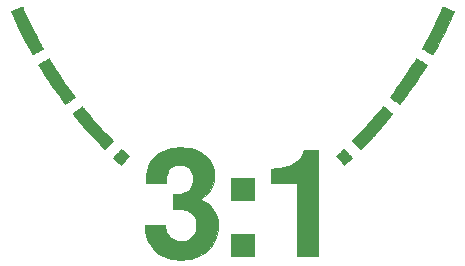
<source format=gbr>
G04 #@! TF.GenerationSoftware,KiCad,Pcbnew,5.1.5+dfsg1-2build2*
G04 #@! TF.CreationDate,2021-04-01T21:50:05-04:00*
G04 #@! TF.ProjectId,ocean_tile_3-1,6f636561-6e5f-4746-996c-655f332d312e,rev?*
G04 #@! TF.SameCoordinates,Original*
G04 #@! TF.FileFunction,Legend,Top*
G04 #@! TF.FilePolarity,Positive*
%FSLAX46Y46*%
G04 Gerber Fmt 4.6, Leading zero omitted, Abs format (unit mm)*
G04 Created by KiCad (PCBNEW 5.1.5+dfsg1-2build2) date 2021-04-01 21:50:05*
%MOMM*%
%LPD*%
G04 APERTURE LIST*
%ADD10C,0.010000*%
G04 APERTURE END LIST*
D10*
G36*
X-4103256Y4058091D02*
G01*
X-4074583Y4057447D01*
X-3895388Y4052192D01*
X-3750293Y4045456D01*
X-3631075Y4036560D01*
X-3529508Y4024823D01*
X-3437367Y4009566D01*
X-3397250Y4001469D01*
X-3059737Y3913245D01*
X-2749052Y3797811D01*
X-2468211Y3656419D01*
X-2289171Y3541374D01*
X-2174698Y3451673D01*
X-2051003Y3340718D01*
X-1928664Y3219128D01*
X-1818258Y3097523D01*
X-1730361Y2986521D01*
X-1715998Y2965913D01*
X-1572361Y2716696D01*
X-1461847Y2443739D01*
X-1385426Y2150839D01*
X-1344069Y1841793D01*
X-1338746Y1520398D01*
X-1339916Y1494057D01*
X-1369965Y1207118D01*
X-1431944Y942050D01*
X-1527476Y696116D01*
X-1658186Y466579D01*
X-1825694Y250702D01*
X-2031625Y45750D01*
X-2277603Y-151014D01*
X-2343329Y-197708D01*
X-2496405Y-304127D01*
X-2345159Y-386195D01*
X-2113725Y-525374D01*
X-1896335Y-682613D01*
X-1701372Y-851087D01*
X-1537218Y-1023967D01*
X-1489534Y-1083029D01*
X-1333200Y-1320620D01*
X-1209676Y-1583428D01*
X-1119483Y-1869295D01*
X-1063139Y-2176062D01*
X-1041164Y-2501572D01*
X-1054077Y-2843666D01*
X-1057304Y-2878667D01*
X-1110083Y-3231138D01*
X-1197868Y-3560013D01*
X-1320934Y-3865901D01*
X-1479558Y-4149414D01*
X-1674015Y-4411161D01*
X-1823908Y-4574082D01*
X-2068684Y-4791232D01*
X-2337741Y-4976115D01*
X-2632134Y-5129172D01*
X-2952916Y-5250844D01*
X-3301143Y-5341571D01*
X-3677868Y-5401796D01*
X-3841600Y-5417837D01*
X-4003264Y-5429465D01*
X-4140914Y-5435243D01*
X-4270893Y-5435146D01*
X-4409548Y-5429149D01*
X-4573222Y-5417228D01*
X-4579338Y-5416725D01*
X-4942095Y-5368482D01*
X-5284680Y-5285874D01*
X-5605371Y-5170003D01*
X-5902445Y-5021970D01*
X-6174181Y-4842878D01*
X-6418857Y-4633828D01*
X-6634750Y-4395921D01*
X-6820138Y-4130259D01*
X-6942089Y-3905250D01*
X-7047584Y-3650616D01*
X-7133081Y-3372147D01*
X-7195381Y-3083805D01*
X-7231285Y-2799555D01*
X-7239000Y-2609347D01*
X-7239000Y-2476500D01*
X-5505251Y-2476500D01*
X-5494640Y-2545292D01*
X-5485564Y-2609042D01*
X-5475188Y-2688684D01*
X-5471361Y-2719917D01*
X-5440139Y-2889997D01*
X-5388857Y-3068006D01*
X-5323952Y-3232998D01*
X-5296524Y-3288937D01*
X-5180513Y-3468557D01*
X-5038239Y-3615530D01*
X-4869344Y-3730048D01*
X-4673472Y-3812297D01*
X-4450266Y-3862469D01*
X-4199369Y-3880751D01*
X-4180416Y-3880842D01*
X-3956187Y-3869724D01*
X-3760817Y-3834283D01*
X-3586748Y-3771771D01*
X-3426416Y-3679442D01*
X-3272262Y-3554549D01*
X-3265872Y-3548607D01*
X-3108467Y-3377573D01*
X-2988936Y-3192560D01*
X-2907047Y-2998415D01*
X-2883046Y-2920810D01*
X-2866817Y-2852340D01*
X-2856866Y-2781070D01*
X-2851701Y-2695069D01*
X-2849829Y-2582404D01*
X-2849683Y-2540000D01*
X-2850297Y-2418656D01*
X-2853593Y-2328036D01*
X-2861052Y-2256548D01*
X-2874154Y-2192600D01*
X-2894380Y-2124599D01*
X-2907815Y-2084917D01*
X-3006959Y-1856343D01*
X-3135718Y-1657655D01*
X-3293764Y-1489307D01*
X-3398701Y-1405760D01*
X-3521747Y-1327158D01*
X-3651667Y-1263995D01*
X-3794755Y-1214687D01*
X-3957305Y-1177650D01*
X-4145610Y-1151301D01*
X-4365964Y-1134056D01*
X-4503208Y-1127875D01*
X-4847166Y-1115570D01*
X-4847166Y99996D01*
X-4545541Y111580D01*
X-4331973Y125771D01*
X-4149023Y152069D01*
X-3986113Y192842D01*
X-3832663Y250457D01*
X-3749341Y289741D01*
X-3570335Y402300D01*
X-3420948Y544453D01*
X-3301892Y714865D01*
X-3213880Y912204D01*
X-3157624Y1135135D01*
X-3133836Y1382324D01*
X-3133034Y1443732D01*
X-3149537Y1688941D01*
X-3197902Y1907547D01*
X-3277863Y2098964D01*
X-3389155Y2262605D01*
X-3531510Y2397884D01*
X-3582440Y2434326D01*
X-3730526Y2517685D01*
X-3887391Y2573232D01*
X-4062851Y2603596D01*
X-4243916Y2611569D01*
X-4481444Y2598670D01*
X-4686591Y2560673D01*
X-4861580Y2496869D01*
X-5008633Y2406549D01*
X-5078582Y2345142D01*
X-5154319Y2251605D01*
X-5228358Y2126514D01*
X-5295543Y1980506D01*
X-5350720Y1824218D01*
X-5375187Y1733063D01*
X-5393722Y1641569D01*
X-5412793Y1526335D01*
X-5430726Y1400151D01*
X-5445847Y1275810D01*
X-5456481Y1166103D01*
X-5460955Y1083822D01*
X-5461000Y1077257D01*
X-5462453Y1067203D01*
X-5469395Y1058986D01*
X-5485698Y1052421D01*
X-5515236Y1047322D01*
X-5561881Y1043506D01*
X-5629506Y1040787D01*
X-5721985Y1038980D01*
X-5843190Y1037900D01*
X-5996993Y1037362D01*
X-6187269Y1037181D01*
X-6300388Y1037166D01*
X-7139776Y1037166D01*
X-7126205Y1350709D01*
X-7094455Y1730685D01*
X-7033466Y2082416D01*
X-6943484Y2405262D01*
X-6824753Y2698579D01*
X-6677519Y2961724D01*
X-6502028Y3194056D01*
X-6370262Y3330750D01*
X-6214401Y3465295D01*
X-6049746Y3581689D01*
X-5865183Y3686980D01*
X-5649600Y3788217D01*
X-5647705Y3789036D01*
X-5436224Y3874532D01*
X-5236090Y3941884D01*
X-5038664Y3992567D01*
X-4835307Y4028055D01*
X-4617380Y4049823D01*
X-4376243Y4059344D01*
X-4103256Y4058091D01*
G37*
X-4103256Y4058091D02*
X-4074583Y4057447D01*
X-3895388Y4052192D01*
X-3750293Y4045456D01*
X-3631075Y4036560D01*
X-3529508Y4024823D01*
X-3437367Y4009566D01*
X-3397250Y4001469D01*
X-3059737Y3913245D01*
X-2749052Y3797811D01*
X-2468211Y3656419D01*
X-2289171Y3541374D01*
X-2174698Y3451673D01*
X-2051003Y3340718D01*
X-1928664Y3219128D01*
X-1818258Y3097523D01*
X-1730361Y2986521D01*
X-1715998Y2965913D01*
X-1572361Y2716696D01*
X-1461847Y2443739D01*
X-1385426Y2150839D01*
X-1344069Y1841793D01*
X-1338746Y1520398D01*
X-1339916Y1494057D01*
X-1369965Y1207118D01*
X-1431944Y942050D01*
X-1527476Y696116D01*
X-1658186Y466579D01*
X-1825694Y250702D01*
X-2031625Y45750D01*
X-2277603Y-151014D01*
X-2343329Y-197708D01*
X-2496405Y-304127D01*
X-2345159Y-386195D01*
X-2113725Y-525374D01*
X-1896335Y-682613D01*
X-1701372Y-851087D01*
X-1537218Y-1023967D01*
X-1489534Y-1083029D01*
X-1333200Y-1320620D01*
X-1209676Y-1583428D01*
X-1119483Y-1869295D01*
X-1063139Y-2176062D01*
X-1041164Y-2501572D01*
X-1054077Y-2843666D01*
X-1057304Y-2878667D01*
X-1110083Y-3231138D01*
X-1197868Y-3560013D01*
X-1320934Y-3865901D01*
X-1479558Y-4149414D01*
X-1674015Y-4411161D01*
X-1823908Y-4574082D01*
X-2068684Y-4791232D01*
X-2337741Y-4976115D01*
X-2632134Y-5129172D01*
X-2952916Y-5250844D01*
X-3301143Y-5341571D01*
X-3677868Y-5401796D01*
X-3841600Y-5417837D01*
X-4003264Y-5429465D01*
X-4140914Y-5435243D01*
X-4270893Y-5435146D01*
X-4409548Y-5429149D01*
X-4573222Y-5417228D01*
X-4579338Y-5416725D01*
X-4942095Y-5368482D01*
X-5284680Y-5285874D01*
X-5605371Y-5170003D01*
X-5902445Y-5021970D01*
X-6174181Y-4842878D01*
X-6418857Y-4633828D01*
X-6634750Y-4395921D01*
X-6820138Y-4130259D01*
X-6942089Y-3905250D01*
X-7047584Y-3650616D01*
X-7133081Y-3372147D01*
X-7195381Y-3083805D01*
X-7231285Y-2799555D01*
X-7239000Y-2609347D01*
X-7239000Y-2476500D01*
X-5505251Y-2476500D01*
X-5494640Y-2545292D01*
X-5485564Y-2609042D01*
X-5475188Y-2688684D01*
X-5471361Y-2719917D01*
X-5440139Y-2889997D01*
X-5388857Y-3068006D01*
X-5323952Y-3232998D01*
X-5296524Y-3288937D01*
X-5180513Y-3468557D01*
X-5038239Y-3615530D01*
X-4869344Y-3730048D01*
X-4673472Y-3812297D01*
X-4450266Y-3862469D01*
X-4199369Y-3880751D01*
X-4180416Y-3880842D01*
X-3956187Y-3869724D01*
X-3760817Y-3834283D01*
X-3586748Y-3771771D01*
X-3426416Y-3679442D01*
X-3272262Y-3554549D01*
X-3265872Y-3548607D01*
X-3108467Y-3377573D01*
X-2988936Y-3192560D01*
X-2907047Y-2998415D01*
X-2883046Y-2920810D01*
X-2866817Y-2852340D01*
X-2856866Y-2781070D01*
X-2851701Y-2695069D01*
X-2849829Y-2582404D01*
X-2849683Y-2540000D01*
X-2850297Y-2418656D01*
X-2853593Y-2328036D01*
X-2861052Y-2256548D01*
X-2874154Y-2192600D01*
X-2894380Y-2124599D01*
X-2907815Y-2084917D01*
X-3006959Y-1856343D01*
X-3135718Y-1657655D01*
X-3293764Y-1489307D01*
X-3398701Y-1405760D01*
X-3521747Y-1327158D01*
X-3651667Y-1263995D01*
X-3794755Y-1214687D01*
X-3957305Y-1177650D01*
X-4145610Y-1151301D01*
X-4365964Y-1134056D01*
X-4503208Y-1127875D01*
X-4847166Y-1115570D01*
X-4847166Y99996D01*
X-4545541Y111580D01*
X-4331973Y125771D01*
X-4149023Y152069D01*
X-3986113Y192842D01*
X-3832663Y250457D01*
X-3749341Y289741D01*
X-3570335Y402300D01*
X-3420948Y544453D01*
X-3301892Y714865D01*
X-3213880Y912204D01*
X-3157624Y1135135D01*
X-3133836Y1382324D01*
X-3133034Y1443732D01*
X-3149537Y1688941D01*
X-3197902Y1907547D01*
X-3277863Y2098964D01*
X-3389155Y2262605D01*
X-3531510Y2397884D01*
X-3582440Y2434326D01*
X-3730526Y2517685D01*
X-3887391Y2573232D01*
X-4062851Y2603596D01*
X-4243916Y2611569D01*
X-4481444Y2598670D01*
X-4686591Y2560673D01*
X-4861580Y2496869D01*
X-5008633Y2406549D01*
X-5078582Y2345142D01*
X-5154319Y2251605D01*
X-5228358Y2126514D01*
X-5295543Y1980506D01*
X-5350720Y1824218D01*
X-5375187Y1733063D01*
X-5393722Y1641569D01*
X-5412793Y1526335D01*
X-5430726Y1400151D01*
X-5445847Y1275810D01*
X-5456481Y1166103D01*
X-5460955Y1083822D01*
X-5461000Y1077257D01*
X-5462453Y1067203D01*
X-5469395Y1058986D01*
X-5485698Y1052421D01*
X-5515236Y1047322D01*
X-5561881Y1043506D01*
X-5629506Y1040787D01*
X-5721985Y1038980D01*
X-5843190Y1037900D01*
X-5996993Y1037362D01*
X-6187269Y1037181D01*
X-6300388Y1037166D01*
X-7139776Y1037166D01*
X-7126205Y1350709D01*
X-7094455Y1730685D01*
X-7033466Y2082416D01*
X-6943484Y2405262D01*
X-6824753Y2698579D01*
X-6677519Y2961724D01*
X-6502028Y3194056D01*
X-6370262Y3330750D01*
X-6214401Y3465295D01*
X-6049746Y3581689D01*
X-5865183Y3686980D01*
X-5649600Y3788217D01*
X-5647705Y3789036D01*
X-5436224Y3874532D01*
X-5236090Y3941884D01*
X-5038664Y3992567D01*
X-4835307Y4028055D01*
X-4617380Y4049823D01*
X-4376243Y4059344D01*
X-4103256Y4058091D01*
G36*
X2010834Y-5143500D02*
G01*
X84667Y-5143500D01*
X84667Y-3259667D01*
X2010834Y-3259667D01*
X2010834Y-5143500D01*
G37*
X2010834Y-5143500D02*
X84667Y-5143500D01*
X84667Y-3259667D01*
X2010834Y-3259667D01*
X2010834Y-5143500D01*
G36*
X7450667Y-5143500D02*
G01*
X5651500Y-5143500D01*
X5651500Y1058333D01*
X3492500Y1058333D01*
X3492500Y2257395D01*
X3857625Y2282700D01*
X4239285Y2322004D01*
X4586329Y2384865D01*
X4899603Y2471722D01*
X5179951Y2583013D01*
X5428221Y2719174D01*
X5645257Y2880644D01*
X5831905Y3067859D01*
X5989012Y3281259D01*
X6073027Y3429000D01*
X6121363Y3528059D01*
X6166318Y3628483D01*
X6201300Y3715179D01*
X6213980Y3751791D01*
X6251898Y3873500D01*
X7450667Y3873500D01*
X7450667Y-5143500D01*
G37*
X7450667Y-5143500D02*
X5651500Y-5143500D01*
X5651500Y1058333D01*
X3492500Y1058333D01*
X3492500Y2257395D01*
X3857625Y2282700D01*
X4239285Y2322004D01*
X4586329Y2384865D01*
X4899603Y2471722D01*
X5179951Y2583013D01*
X5428221Y2719174D01*
X5645257Y2880644D01*
X5831905Y3067859D01*
X5989012Y3281259D01*
X6073027Y3429000D01*
X6121363Y3528059D01*
X6166318Y3628483D01*
X6201300Y3715179D01*
X6213980Y3751791D01*
X6251898Y3873500D01*
X7450667Y3873500D01*
X7450667Y-5143500D01*
G36*
X2010834Y-381000D02*
G01*
X84667Y-381000D01*
X84667Y1481666D01*
X2010834Y1481666D01*
X2010834Y-381000D01*
G37*
X2010834Y-381000D02*
X84667Y-381000D01*
X84667Y1481666D01*
X2010834Y1481666D01*
X2010834Y-381000D01*
G36*
X-8969469Y3721601D02*
G01*
X-8878998Y3638995D01*
X-8792758Y3560788D01*
X-8718721Y3494170D01*
X-8664861Y3446337D01*
X-8651482Y3434702D01*
X-8571962Y3366321D01*
X-8895022Y2976245D01*
X-8985762Y2867148D01*
X-9067532Y2769719D01*
X-9136499Y2688456D01*
X-9188826Y2627858D01*
X-9220678Y2592421D01*
X-9228666Y2584993D01*
X-9246947Y2598097D01*
X-9291649Y2635306D01*
X-9357799Y2692326D01*
X-9440423Y2764865D01*
X-9534546Y2848629D01*
X-9546166Y2859041D01*
X-9643200Y2946210D01*
X-9730822Y3025216D01*
X-9803590Y3091126D01*
X-9856061Y3139011D01*
X-9882790Y3163939D01*
X-9883536Y3164676D01*
X-9894474Y3182671D01*
X-9889655Y3206296D01*
X-9864980Y3242278D01*
X-9816349Y3297346D01*
X-9777627Y3338501D01*
X-9710721Y3408957D01*
X-9625038Y3499318D01*
X-9530874Y3598717D01*
X-9438528Y3696291D01*
X-9424599Y3711017D01*
X-9207935Y3940118D01*
X-8969469Y3721601D01*
G37*
X-8969469Y3721601D02*
X-8878998Y3638995D01*
X-8792758Y3560788D01*
X-8718721Y3494170D01*
X-8664861Y3446337D01*
X-8651482Y3434702D01*
X-8571962Y3366321D01*
X-8895022Y2976245D01*
X-8985762Y2867148D01*
X-9067532Y2769719D01*
X-9136499Y2688456D01*
X-9188826Y2627858D01*
X-9220678Y2592421D01*
X-9228666Y2584993D01*
X-9246947Y2598097D01*
X-9291649Y2635306D01*
X-9357799Y2692326D01*
X-9440423Y2764865D01*
X-9534546Y2848629D01*
X-9546166Y2859041D01*
X-9643200Y2946210D01*
X-9730822Y3025216D01*
X-9803590Y3091126D01*
X-9856061Y3139011D01*
X-9882790Y3163939D01*
X-9883536Y3164676D01*
X-9894474Y3182671D01*
X-9889655Y3206296D01*
X-9864980Y3242278D01*
X-9816349Y3297346D01*
X-9777627Y3338501D01*
X-9710721Y3408957D01*
X-9625038Y3499318D01*
X-9530874Y3598717D01*
X-9438528Y3696291D01*
X-9424599Y3711017D01*
X-9207935Y3940118D01*
X-8969469Y3721601D01*
G36*
X9782870Y3751305D02*
G01*
X9876461Y3653903D01*
X9983127Y3542815D01*
X10086660Y3434925D01*
X10139603Y3379720D01*
X10318750Y3192857D01*
X10230343Y3115137D01*
X10183382Y3073674D01*
X10112796Y3011130D01*
X10026568Y2934589D01*
X9932681Y2851133D01*
X9886314Y2809875D01*
X9800036Y2733409D01*
X9725541Y2668019D01*
X9668217Y2618385D01*
X9633453Y2589185D01*
X9625470Y2583381D01*
X9611087Y2599245D01*
X9573471Y2643250D01*
X9516380Y2710926D01*
X9443578Y2797803D01*
X9358822Y2899413D01*
X9295030Y2976147D01*
X8969810Y3367865D01*
X9062197Y3446023D01*
X9112459Y3489634D01*
X9184949Y3553945D01*
X9270747Y3630980D01*
X9360937Y3712767D01*
X9379934Y3730104D01*
X9605284Y3936028D01*
X9782870Y3751305D01*
G37*
X9782870Y3751305D02*
X9876461Y3653903D01*
X9983127Y3542815D01*
X10086660Y3434925D01*
X10139603Y3379720D01*
X10318750Y3192857D01*
X10230343Y3115137D01*
X10183382Y3073674D01*
X10112796Y3011130D01*
X10026568Y2934589D01*
X9932681Y2851133D01*
X9886314Y2809875D01*
X9800036Y2733409D01*
X9725541Y2668019D01*
X9668217Y2618385D01*
X9633453Y2589185D01*
X9625470Y2583381D01*
X9611087Y2599245D01*
X9573471Y2643250D01*
X9516380Y2710926D01*
X9443578Y2797803D01*
X9358822Y2899413D01*
X9295030Y2976147D01*
X8969810Y3367865D01*
X9062197Y3446023D01*
X9112459Y3489634D01*
X9184949Y3553945D01*
X9270747Y3630980D01*
X9360937Y3712767D01*
X9379934Y3730104D01*
X9605284Y3936028D01*
X9782870Y3751305D01*
G36*
X-12534496Y7538728D02*
G01*
X-12494919Y7498213D01*
X-12439863Y7436328D01*
X-12374736Y7358982D01*
X-12359451Y7340302D01*
X-11963765Y6862026D01*
X-11566781Y6398309D01*
X-11160049Y5939620D01*
X-10735118Y5476430D01*
X-10283537Y4999210D01*
X-10281310Y4996890D01*
X-9905204Y4605001D01*
X-10259910Y4249834D01*
X-10360127Y4150064D01*
X-10450570Y4061125D01*
X-10526933Y3987163D01*
X-10584908Y3932323D01*
X-10620190Y3900749D01*
X-10628895Y3894666D01*
X-10646689Y3909344D01*
X-10689832Y3950789D01*
X-10754470Y4015124D01*
X-10836748Y4098469D01*
X-10932813Y4196946D01*
X-11038811Y4306674D01*
X-11054779Y4323291D01*
X-11381075Y4666270D01*
X-11683869Y4991571D01*
X-11971916Y5308937D01*
X-12253967Y5628110D01*
X-12538777Y5958832D01*
X-12761710Y6223000D01*
X-12905722Y6395287D01*
X-13024391Y6538047D01*
X-13119821Y6653981D01*
X-13194119Y6745788D01*
X-13249390Y6816170D01*
X-13287739Y6867827D01*
X-13311272Y6903460D01*
X-13322096Y6925770D01*
X-13322314Y6937458D01*
X-13320330Y6939502D01*
X-13298427Y6956360D01*
X-13248718Y6995907D01*
X-13176225Y7054104D01*
X-13085972Y7126915D01*
X-12982982Y7210302D01*
X-12934579Y7249583D01*
X-12827941Y7335869D01*
X-12732103Y7412812D01*
X-12652001Y7476498D01*
X-12592573Y7523012D01*
X-12558756Y7548441D01*
X-12553190Y7551969D01*
X-12534496Y7538728D01*
G37*
X-12534496Y7538728D02*
X-12494919Y7498213D01*
X-12439863Y7436328D01*
X-12374736Y7358982D01*
X-12359451Y7340302D01*
X-11963765Y6862026D01*
X-11566781Y6398309D01*
X-11160049Y5939620D01*
X-10735118Y5476430D01*
X-10283537Y4999210D01*
X-10281310Y4996890D01*
X-9905204Y4605001D01*
X-10259910Y4249834D01*
X-10360127Y4150064D01*
X-10450570Y4061125D01*
X-10526933Y3987163D01*
X-10584908Y3932323D01*
X-10620190Y3900749D01*
X-10628895Y3894666D01*
X-10646689Y3909344D01*
X-10689832Y3950789D01*
X-10754470Y4015124D01*
X-10836748Y4098469D01*
X-10932813Y4196946D01*
X-11038811Y4306674D01*
X-11054779Y4323291D01*
X-11381075Y4666270D01*
X-11683869Y4991571D01*
X-11971916Y5308937D01*
X-12253967Y5628110D01*
X-12538777Y5958832D01*
X-12761710Y6223000D01*
X-12905722Y6395287D01*
X-13024391Y6538047D01*
X-13119821Y6653981D01*
X-13194119Y6745788D01*
X-13249390Y6816170D01*
X-13287739Y6867827D01*
X-13311272Y6903460D01*
X-13322096Y6925770D01*
X-13322314Y6937458D01*
X-13320330Y6939502D01*
X-13298427Y6956360D01*
X-13248718Y6995907D01*
X-13176225Y7054104D01*
X-13085972Y7126915D01*
X-12982982Y7210302D01*
X-12934579Y7249583D01*
X-12827941Y7335869D01*
X-12732103Y7412812D01*
X-12652001Y7476498D01*
X-12592573Y7523012D01*
X-12558756Y7548441D01*
X-12553190Y7551969D01*
X-12534496Y7538728D01*
G36*
X12965370Y7543774D02*
G01*
X13011254Y7508633D01*
X13078545Y7455630D01*
X13161631Y7389322D01*
X13254900Y7314263D01*
X13352741Y7235007D01*
X13449543Y7156109D01*
X13539693Y7082124D01*
X13617579Y7017607D01*
X13677591Y6967111D01*
X13714117Y6935193D01*
X13722594Y6926586D01*
X13712533Y6905051D01*
X13677156Y6854907D01*
X13619124Y6779318D01*
X13541102Y6681445D01*
X13445750Y6564449D01*
X13335732Y6431494D01*
X13213709Y6285740D01*
X13082344Y6130350D01*
X12944300Y5968485D01*
X12802238Y5803308D01*
X12658821Y5637980D01*
X12516712Y5475663D01*
X12378573Y5319519D01*
X12247066Y5172710D01*
X12228469Y5152123D01*
X12131153Y5045303D01*
X12021975Y4926802D01*
X11904409Y4800271D01*
X11781927Y4669357D01*
X11658004Y4537711D01*
X11536112Y4408980D01*
X11419723Y4286814D01*
X11312313Y4174863D01*
X11217352Y4076774D01*
X11138315Y3996197D01*
X11078676Y3936781D01*
X11041906Y3902175D01*
X11031608Y3894666D01*
X11013124Y3909025D01*
X10969154Y3949350D01*
X10903986Y4011518D01*
X10821910Y4091404D01*
X10727216Y4184884D01*
X10658366Y4253550D01*
X10299948Y4612433D01*
X10669487Y4989091D01*
X11132458Y5472817D01*
X11605321Y5990407D01*
X12089777Y6543765D01*
X12587526Y7134793D01*
X12590588Y7138496D01*
X12684469Y7251558D01*
X12769452Y7353020D01*
X12841850Y7438551D01*
X12897975Y7503818D01*
X12934139Y7544491D01*
X12946505Y7556500D01*
X12965370Y7543774D01*
G37*
X12965370Y7543774D02*
X13011254Y7508633D01*
X13078545Y7455630D01*
X13161631Y7389322D01*
X13254900Y7314263D01*
X13352741Y7235007D01*
X13449543Y7156109D01*
X13539693Y7082124D01*
X13617579Y7017607D01*
X13677591Y6967111D01*
X13714117Y6935193D01*
X13722594Y6926586D01*
X13712533Y6905051D01*
X13677156Y6854907D01*
X13619124Y6779318D01*
X13541102Y6681445D01*
X13445750Y6564449D01*
X13335732Y6431494D01*
X13213709Y6285740D01*
X13082344Y6130350D01*
X12944300Y5968485D01*
X12802238Y5803308D01*
X12658821Y5637980D01*
X12516712Y5475663D01*
X12378573Y5319519D01*
X12247066Y5172710D01*
X12228469Y5152123D01*
X12131153Y5045303D01*
X12021975Y4926802D01*
X11904409Y4800271D01*
X11781927Y4669357D01*
X11658004Y4537711D01*
X11536112Y4408980D01*
X11419723Y4286814D01*
X11312313Y4174863D01*
X11217352Y4076774D01*
X11138315Y3996197D01*
X11078676Y3936781D01*
X11041906Y3902175D01*
X11031608Y3894666D01*
X11013124Y3909025D01*
X10969154Y3949350D01*
X10903986Y4011518D01*
X10821910Y4091404D01*
X10727216Y4184884D01*
X10658366Y4253550D01*
X10299948Y4612433D01*
X10669487Y4989091D01*
X11132458Y5472817D01*
X11605321Y5990407D01*
X12089777Y6543765D01*
X12587526Y7134793D01*
X12590588Y7138496D01*
X12684469Y7251558D01*
X12769452Y7353020D01*
X12841850Y7438551D01*
X12897975Y7503818D01*
X12934139Y7544491D01*
X12946505Y7556500D01*
X12965370Y7543774D01*
G36*
X-15344300Y11576115D02*
G01*
X-15314158Y11527500D01*
X-15271674Y11458017D01*
X-15230384Y11389928D01*
X-15007435Y11028739D01*
X-14761220Y10643890D01*
X-14496928Y10243060D01*
X-14219752Y9833929D01*
X-13934882Y9424178D01*
X-13647508Y9021487D01*
X-13413543Y8701812D01*
X-13140838Y8333707D01*
X-13190294Y8286940D01*
X-13221817Y8260248D01*
X-13281263Y8212732D01*
X-13362720Y8149011D01*
X-13460274Y8073702D01*
X-13568013Y7991421D01*
X-13594089Y7971634D01*
X-13948428Y7703093D01*
X-14221572Y8071011D01*
X-14513976Y8471456D01*
X-14817516Y8899681D01*
X-15124937Y9345339D01*
X-15367097Y9704916D01*
X-15459036Y9843882D01*
X-15556029Y9992191D01*
X-15655472Y10145710D01*
X-15754763Y10300302D01*
X-15851299Y10451834D01*
X-15942480Y10596170D01*
X-16025701Y10729175D01*
X-16098361Y10846713D01*
X-16157858Y10944651D01*
X-16201589Y11018853D01*
X-16226952Y11065184D01*
X-16232180Y11079518D01*
X-16208929Y11095439D01*
X-16156366Y11128264D01*
X-16080580Y11174398D01*
X-15987660Y11230244D01*
X-15883692Y11292207D01*
X-15774765Y11356693D01*
X-15666967Y11420106D01*
X-15566385Y11478850D01*
X-15479108Y11529330D01*
X-15411224Y11567951D01*
X-15368820Y11591118D01*
X-15357360Y11596158D01*
X-15344300Y11576115D01*
G37*
X-15344300Y11576115D02*
X-15314158Y11527500D01*
X-15271674Y11458017D01*
X-15230384Y11389928D01*
X-15007435Y11028739D01*
X-14761220Y10643890D01*
X-14496928Y10243060D01*
X-14219752Y9833929D01*
X-13934882Y9424178D01*
X-13647508Y9021487D01*
X-13413543Y8701812D01*
X-13140838Y8333707D01*
X-13190294Y8286940D01*
X-13221817Y8260248D01*
X-13281263Y8212732D01*
X-13362720Y8149011D01*
X-13460274Y8073702D01*
X-13568013Y7991421D01*
X-13594089Y7971634D01*
X-13948428Y7703093D01*
X-14221572Y8071011D01*
X-14513976Y8471456D01*
X-14817516Y8899681D01*
X-15124937Y9345339D01*
X-15367097Y9704916D01*
X-15459036Y9843882D01*
X-15556029Y9992191D01*
X-15655472Y10145710D01*
X-15754763Y10300302D01*
X-15851299Y10451834D01*
X-15942480Y10596170D01*
X-16025701Y10729175D01*
X-16098361Y10846713D01*
X-16157858Y10944651D01*
X-16201589Y11018853D01*
X-16226952Y11065184D01*
X-16232180Y11079518D01*
X-16208929Y11095439D01*
X-16156366Y11128264D01*
X-16080580Y11174398D01*
X-15987660Y11230244D01*
X-15883692Y11292207D01*
X-15774765Y11356693D01*
X-15666967Y11420106D01*
X-15566385Y11478850D01*
X-15479108Y11529330D01*
X-15411224Y11567951D01*
X-15368820Y11591118D01*
X-15357360Y11596158D01*
X-15344300Y11576115D01*
G36*
X15777003Y11586692D02*
G01*
X15825731Y11559667D01*
X15898582Y11518089D01*
X15989453Y11465547D01*
X16092238Y11405629D01*
X16200835Y11341924D01*
X16309140Y11278022D01*
X16411048Y11217510D01*
X16500457Y11163978D01*
X16571263Y11121014D01*
X16617360Y11092207D01*
X16632284Y11081831D01*
X16624616Y11061304D01*
X16596124Y11009328D01*
X16549277Y10929804D01*
X16486545Y10826629D01*
X16410399Y10703703D01*
X16323310Y10564924D01*
X16227748Y10414192D01*
X16126184Y10255405D01*
X16021087Y10092463D01*
X15914929Y9929263D01*
X15810180Y9769706D01*
X15709310Y9617690D01*
X15625715Y9493250D01*
X15534541Y9359457D01*
X15433015Y9212225D01*
X15323720Y9055152D01*
X15209238Y8891840D01*
X15092152Y8725891D01*
X14975043Y8560904D01*
X14860493Y8400481D01*
X14751086Y8248222D01*
X14649402Y8107728D01*
X14558025Y7982600D01*
X14479536Y7876438D01*
X14416518Y7792845D01*
X14371552Y7735419D01*
X14347221Y7707763D01*
X14343925Y7705807D01*
X14326829Y7718356D01*
X14280739Y7752963D01*
X14210366Y7806068D01*
X14120420Y7874115D01*
X14015612Y7953545D01*
X13944595Y8007432D01*
X13832787Y8093019D01*
X13733130Y8170663D01*
X13650330Y8236585D01*
X13589096Y8287004D01*
X13554135Y8318141D01*
X13547720Y8326078D01*
X13559432Y8348335D01*
X13592497Y8398272D01*
X13642696Y8469834D01*
X13705806Y8556966D01*
X13754237Y8622412D01*
X14082452Y9070162D01*
X14414283Y9537932D01*
X14742579Y10015213D01*
X15060192Y10491494D01*
X15359974Y10956268D01*
X15563133Y11281733D01*
X15625553Y11383071D01*
X15680052Y11471120D01*
X15722875Y11539849D01*
X15750265Y11583224D01*
X15758501Y11595576D01*
X15777003Y11586692D01*
G37*
X15777003Y11586692D02*
X15825731Y11559667D01*
X15898582Y11518089D01*
X15989453Y11465547D01*
X16092238Y11405629D01*
X16200835Y11341924D01*
X16309140Y11278022D01*
X16411048Y11217510D01*
X16500457Y11163978D01*
X16571263Y11121014D01*
X16617360Y11092207D01*
X16632284Y11081831D01*
X16624616Y11061304D01*
X16596124Y11009328D01*
X16549277Y10929804D01*
X16486545Y10826629D01*
X16410399Y10703703D01*
X16323310Y10564924D01*
X16227748Y10414192D01*
X16126184Y10255405D01*
X16021087Y10092463D01*
X15914929Y9929263D01*
X15810180Y9769706D01*
X15709310Y9617690D01*
X15625715Y9493250D01*
X15534541Y9359457D01*
X15433015Y9212225D01*
X15323720Y9055152D01*
X15209238Y8891840D01*
X15092152Y8725891D01*
X14975043Y8560904D01*
X14860493Y8400481D01*
X14751086Y8248222D01*
X14649402Y8107728D01*
X14558025Y7982600D01*
X14479536Y7876438D01*
X14416518Y7792845D01*
X14371552Y7735419D01*
X14347221Y7707763D01*
X14343925Y7705807D01*
X14326829Y7718356D01*
X14280739Y7752963D01*
X14210366Y7806068D01*
X14120420Y7874115D01*
X14015612Y7953545D01*
X13944595Y8007432D01*
X13832787Y8093019D01*
X13733130Y8170663D01*
X13650330Y8236585D01*
X13589096Y8287004D01*
X13554135Y8318141D01*
X13547720Y8326078D01*
X13559432Y8348335D01*
X13592497Y8398272D01*
X13642696Y8469834D01*
X13705806Y8556966D01*
X13754237Y8622412D01*
X14082452Y9070162D01*
X14414283Y9537932D01*
X14742579Y10015213D01*
X15060192Y10491494D01*
X15359974Y10956268D01*
X15563133Y11281733D01*
X15625553Y11383071D01*
X15680052Y11471120D01*
X15722875Y11539849D01*
X15750265Y11583224D01*
X15758501Y11595576D01*
X15777003Y11586692D01*
G36*
X-17596208Y15962677D02*
G01*
X-17570648Y15914290D01*
X-17538824Y15844796D01*
X-17526910Y15816791D01*
X-17421562Y15571081D01*
X-17298561Y15295731D01*
X-17161346Y14997803D01*
X-17013357Y14684361D01*
X-16858033Y14362470D01*
X-16698814Y14039193D01*
X-16539138Y13721594D01*
X-16382447Y13416735D01*
X-16232178Y13131681D01*
X-16108292Y12903381D01*
X-16038676Y12776379D01*
X-15976841Y12662106D01*
X-15925452Y12565609D01*
X-15887175Y12491935D01*
X-15864676Y12446133D01*
X-15859840Y12432938D01*
X-15879924Y12420447D01*
X-15930397Y12390949D01*
X-16005016Y12347981D01*
X-16097538Y12295079D01*
X-16201718Y12235780D01*
X-16311314Y12173621D01*
X-16420082Y12112138D01*
X-16521777Y12054868D01*
X-16610158Y12005347D01*
X-16678979Y11967113D01*
X-16721999Y11943703D01*
X-16733580Y11938000D01*
X-16747556Y11954565D01*
X-16774920Y11996819D01*
X-16793561Y12027958D01*
X-16877562Y12175471D01*
X-16976488Y12355288D01*
X-17087262Y12561395D01*
X-17206807Y12787782D01*
X-17332045Y13028437D01*
X-17459899Y13277349D01*
X-17587291Y13528506D01*
X-17711144Y13775896D01*
X-17828380Y14013508D01*
X-17935922Y14235329D01*
X-18030692Y14435350D01*
X-18074896Y14530916D01*
X-18139191Y14672269D01*
X-18205345Y14819310D01*
X-18271141Y14966948D01*
X-18334360Y15110093D01*
X-18392784Y15243655D01*
X-18444194Y15362544D01*
X-18486373Y15461669D01*
X-18517100Y15535940D01*
X-18534158Y15580267D01*
X-18536787Y15590746D01*
X-18515453Y15601182D01*
X-18461734Y15624991D01*
X-18382304Y15659360D01*
X-18283836Y15701479D01*
X-18173005Y15748534D01*
X-18056484Y15797715D01*
X-17940948Y15846210D01*
X-17833071Y15891206D01*
X-17739527Y15929894D01*
X-17666990Y15959460D01*
X-17622134Y15977093D01*
X-17610837Y15980833D01*
X-17596208Y15962677D01*
G37*
X-17596208Y15962677D02*
X-17570648Y15914290D01*
X-17538824Y15844796D01*
X-17526910Y15816791D01*
X-17421562Y15571081D01*
X-17298561Y15295731D01*
X-17161346Y14997803D01*
X-17013357Y14684361D01*
X-16858033Y14362470D01*
X-16698814Y14039193D01*
X-16539138Y13721594D01*
X-16382447Y13416735D01*
X-16232178Y13131681D01*
X-16108292Y12903381D01*
X-16038676Y12776379D01*
X-15976841Y12662106D01*
X-15925452Y12565609D01*
X-15887175Y12491935D01*
X-15864676Y12446133D01*
X-15859840Y12432938D01*
X-15879924Y12420447D01*
X-15930397Y12390949D01*
X-16005016Y12347981D01*
X-16097538Y12295079D01*
X-16201718Y12235780D01*
X-16311314Y12173621D01*
X-16420082Y12112138D01*
X-16521777Y12054868D01*
X-16610158Y12005347D01*
X-16678979Y11967113D01*
X-16721999Y11943703D01*
X-16733580Y11938000D01*
X-16747556Y11954565D01*
X-16774920Y11996819D01*
X-16793561Y12027958D01*
X-16877562Y12175471D01*
X-16976488Y12355288D01*
X-17087262Y12561395D01*
X-17206807Y12787782D01*
X-17332045Y13028437D01*
X-17459899Y13277349D01*
X-17587291Y13528506D01*
X-17711144Y13775896D01*
X-17828380Y14013508D01*
X-17935922Y14235329D01*
X-18030692Y14435350D01*
X-18074896Y14530916D01*
X-18139191Y14672269D01*
X-18205345Y14819310D01*
X-18271141Y14966948D01*
X-18334360Y15110093D01*
X-18392784Y15243655D01*
X-18444194Y15362544D01*
X-18486373Y15461669D01*
X-18517100Y15535940D01*
X-18534158Y15580267D01*
X-18536787Y15590746D01*
X-18515453Y15601182D01*
X-18461734Y15624991D01*
X-18382304Y15659360D01*
X-18283836Y15701479D01*
X-18173005Y15748534D01*
X-18056484Y15797715D01*
X-17940948Y15846210D01*
X-17833071Y15891206D01*
X-17739527Y15929894D01*
X-17666990Y15959460D01*
X-17622134Y15977093D01*
X-17610837Y15980833D01*
X-17596208Y15962677D01*
G36*
X18023548Y15972083D02*
G01*
X18077778Y15951845D01*
X18160034Y15919305D01*
X18264868Y15876641D01*
X18386835Y15826032D01*
X18475298Y15788819D01*
X18621500Y15726817D01*
X18733072Y15678730D01*
X18814429Y15642120D01*
X18869987Y15614546D01*
X18904163Y15593570D01*
X18921372Y15576753D01*
X18926031Y15561656D01*
X18922556Y15545838D01*
X18921309Y15542467D01*
X18897189Y15483264D01*
X18857698Y15391376D01*
X18805401Y15272463D01*
X18742864Y15132184D01*
X18672652Y14976201D01*
X18597332Y14810173D01*
X18519468Y14639761D01*
X18441627Y14470624D01*
X18366374Y14308422D01*
X18296275Y14158816D01*
X18246717Y14054280D01*
X18168497Y13892353D01*
X18082255Y13717330D01*
X17989956Y13532927D01*
X17893569Y13342860D01*
X17795058Y13150845D01*
X17696392Y12960598D01*
X17599536Y12775833D01*
X17506457Y12600268D01*
X17419122Y12437618D01*
X17339498Y12291598D01*
X17269551Y12165926D01*
X17211249Y12064315D01*
X17166556Y11990483D01*
X17137442Y11948144D01*
X17127285Y11939241D01*
X17105635Y11949753D01*
X17052865Y11978485D01*
X16974446Y12022366D01*
X16875847Y12078324D01*
X16762538Y12143287D01*
X16711084Y12172976D01*
X16591943Y12241872D01*
X16484159Y12304241D01*
X16393481Y12356752D01*
X16325660Y12396075D01*
X16286446Y12418878D01*
X16280066Y12422624D01*
X16273475Y12437493D01*
X16280649Y12469800D01*
X16303517Y12523980D01*
X16344010Y12604466D01*
X16404058Y12715692D01*
X16421073Y12746513D01*
X16803904Y13459431D01*
X17179860Y14202245D01*
X17542772Y14962527D01*
X17779562Y15484520D01*
X17838793Y15617576D01*
X17892407Y15737321D01*
X17938014Y15838474D01*
X17973223Y15915750D01*
X17995644Y15963868D01*
X18002788Y15977840D01*
X18023548Y15972083D01*
G37*
X18023548Y15972083D02*
X18077778Y15951845D01*
X18160034Y15919305D01*
X18264868Y15876641D01*
X18386835Y15826032D01*
X18475298Y15788819D01*
X18621500Y15726817D01*
X18733072Y15678730D01*
X18814429Y15642120D01*
X18869987Y15614546D01*
X18904163Y15593570D01*
X18921372Y15576753D01*
X18926031Y15561656D01*
X18922556Y15545838D01*
X18921309Y15542467D01*
X18897189Y15483264D01*
X18857698Y15391376D01*
X18805401Y15272463D01*
X18742864Y15132184D01*
X18672652Y14976201D01*
X18597332Y14810173D01*
X18519468Y14639761D01*
X18441627Y14470624D01*
X18366374Y14308422D01*
X18296275Y14158816D01*
X18246717Y14054280D01*
X18168497Y13892353D01*
X18082255Y13717330D01*
X17989956Y13532927D01*
X17893569Y13342860D01*
X17795058Y13150845D01*
X17696392Y12960598D01*
X17599536Y12775833D01*
X17506457Y12600268D01*
X17419122Y12437618D01*
X17339498Y12291598D01*
X17269551Y12165926D01*
X17211249Y12064315D01*
X17166556Y11990483D01*
X17137442Y11948144D01*
X17127285Y11939241D01*
X17105635Y11949753D01*
X17052865Y11978485D01*
X16974446Y12022366D01*
X16875847Y12078324D01*
X16762538Y12143287D01*
X16711084Y12172976D01*
X16591943Y12241872D01*
X16484159Y12304241D01*
X16393481Y12356752D01*
X16325660Y12396075D01*
X16286446Y12418878D01*
X16280066Y12422624D01*
X16273475Y12437493D01*
X16280649Y12469800D01*
X16303517Y12523980D01*
X16344010Y12604466D01*
X16404058Y12715692D01*
X16421073Y12746513D01*
X16803904Y13459431D01*
X17179860Y14202245D01*
X17542772Y14962527D01*
X17779562Y15484520D01*
X17838793Y15617576D01*
X17892407Y15737321D01*
X17938014Y15838474D01*
X17973223Y15915750D01*
X17995644Y15963868D01*
X18002788Y15977840D01*
X18023548Y15972083D01*
M02*

</source>
